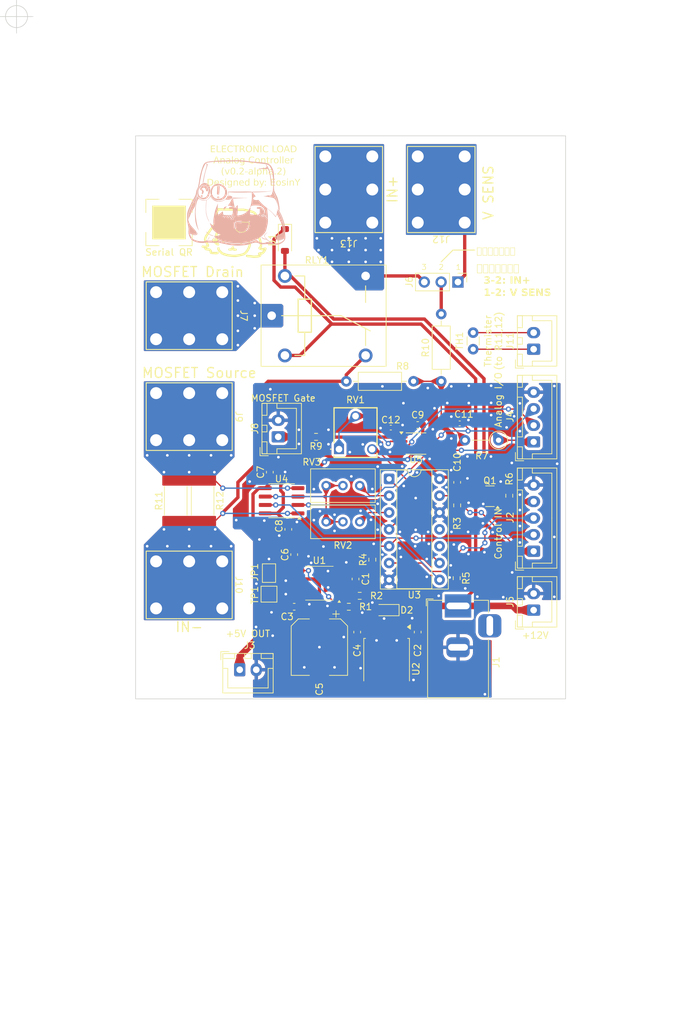
<source format=kicad_pcb>
(kicad_pcb (version 20241229) (generator "pcbnew") (generator_version "9.0")
  (layers (0 "F.Cu" signal) (2 "B.Cu" signal) (13 "F.Paste" user) (15 "B.Paste" user) (5 "F.SilkS" user "F.Silkscreen") (7 "B.SilkS" user "B.Silkscreen") (1 "F.Mask" user) (3 "B.Mask" user) (25 "Edge.Cuts" user))
  (net 0 "")
  (net 1 "VCC")
  (net 2 "GND")
  (net 4 "/Vmeas")
  (net 5 "Vofs")
  (net 6 "SHUNT_SELECT2")
  (net 7 "LOAD_ENABLE")
  (net 8 "SHUNT_SELECT1")
  (net 9 "Vconst_ENABLE")
  (net 10 "/Vref")
  (net 11 "Rg_2")
  (net 12 "Net-(RV1-Pad3)")
  (net 13 "Rg_1")
  (net 14 "+12V")
  (net 15 "/MOS+")
  (net 16 "/MOS-")
  (net 17 "/Load+")
  (net 18 "/Vsens")
  (net 19 "Load-")
  (net 20 "/LOAD_ENABLE-G")
  (net 21 "/Vmeas_IN")
  (net 22 "/TH_1")
  (net 23 "/TH_2")
  (net 24 "Net-(J8-Pin_1)")
  (net 25 "VEE")
  (net 26 "Net-(JP1-A)")
  (net 27 "Net-(RV2-Pad1)")
  (net 28 "Net-(RV3-Pad1)")
  (net 29 "Net-(U1-C-)")
  (net 30 "Net-(U1-C+)")
  (net 31 "Net-(C11-Pad2)")
  (net 32 "Net-(C12-Pad1)")
  (net 33 "Net-(C12-Pad2)")
  (net 34 "Net-(U1-FB)")
  (net 35 "Net-(U3-Pad8)")
  (footprint "Connector_JST:JST_XH_B2B-XH-A_1x02_P2.50mm_Vertical" (layer "F.Cu") (at 90.17 62.21 90)
    (property "Reference" "J11")
    (property "Value" "Conn_01x02")
  )
  (footprint "Diode_SMD:D_SOD-323" (layer "F.Cu") (at 67.818 101.6 180)
    (property "Reference" "D2")
    (property "Value" "D_Schottky")
  )
  (footprint "Package_TO_SOT_SMD:TO-252-2" (layer "F.Cu") (at 67.945 109.18 -90)
    (property "Reference" "U2")
    (property "Value" "NJM7805SDL1")
  )
  (footprint "Connector_PinHeader_2.54mm:PinHeader_1x03_P2.54mm_Vertical" (layer "F.Cu") (at 78.725 52.07 -90)
    (property "Reference" "J6")
    (property "Value" "VsensJMP")
  )
  (footprint "Diode_SMD:D_SOD-123" (layer "F.Cu") (at 52.578 45.72 -90)
    (property "Reference" "D1")
    (property "Value" "GS1010FL")
  )
  (footprint "Capacitor_THT:C_Disc_D3.0mm_W1.6mm_P2.50mm" (layer "F.Cu") (at 81.026 62.21 90)
    (property "Reference" "TH1")
    (property "Value" "Thermistor")
  )
  (footprint "Capacitor_SMD:C_0603_1608Metric" (layer "F.Cu") (at 72.644 104.915 -90)
    (property "Reference" "C2")
    (property "Value" "0.47u")
  )
  (footprint "MountingHole:MountingHole_3.2mm_M3" (layer "F.Cu") (at 90 110)
    (property "Reference" "H3" (hide yes))
    (property "Value" "MountingHole")
  )
  (footprint "Package_DMP:DMP-8_5x5_P1.27mm" (layer "F.Cu") (at 57.785 97.536 90)
    (property "Reference" "U1")
    (property "Value" "NJW4191M")
  )
  (footprint "Resistor_SMD:R_2512_6332Metric" (layer "F.Cu") (at 40.132 85.09 -90)
    (property "Reference" "R12")
    (property "Value" "20m")
  )
  (footprint "Package_SO:SOIC-8_3.9x4.9mm_P1.27mm" (layer "F.Cu") (at 52.07 85.09 180)
    (property "Reference" "U4")
    (property "Value" "AD8226ARZ")
  )
  (footprint "Capacitor_SMD:C_0603_1608Metric" (layer "F.Cu") (at 50.292 80.772 90)
    (property "Reference" "C7")
    (property "Value" "0.1u")
  )
  (footprint "AM_Conn_BarrelJack:MJ-179P(H)" (layer "F.Cu") (at 78.74 114.715 90)
    (property "Reference" "J1")
    (property "Value" "2.1-5.5 +12VDC")
  )
  (footprint "Resistor_SMD:R_0603_1608Metric" (layer "F.Cu") (at 65.786 93.98 -90)
    (property "Reference" "R4")
    (property "Value" "10k")
  )
  (footprint "Resistor_THT:R_Axial_DIN0207_L6.3mm_D2.5mm_P10.16mm_Horizontal" (layer "F.Cu") (at 61.849 67.056)
    (property "Reference" "R8")
    (property "Value" "10k")
  )
  (footprint "Connector_JST:JST_XH_B2B-XH-A_1x02_P2.50mm_Vertical" (layer "F.Cu") (at 51.562 75.438 90)
    (property "Reference" "J8")
    (property "Value" "Gate")
  )
  (footprint "Connector_JST:JST_XH_B2B-XH-A_1x02_P2.50mm_Vertical" (layer "F.Cu") (at 90.17 101.6 90)
    (property "Reference" "J5")
    (property "Value" "+12V")
  )
  (footprint "AM_Relay:HSINDA-943_12A-1C_5p" (layer "F.Cu") (at 58.42 57.15)
    (property "Reference" "RLY1")
    (property "Value" "943-1C-12DS")
  )
  (footprint "Resistor_THT:R_Axial_DIN0207_L6.3mm_D2.5mm_P5.08mm_Vertical" (layer "F.Cu") (at 84.865 75.946 180)
    (property "Reference" "R7")
    (property "Value" "390k")
  )
  (footprint "Potentiometer_THT:Potentiometer_Bourns_3296W_Vertical" (layer "F.Cu") (at 63.881 88.265)
    (property "Reference" "RV2")
    (property "Value" "500")
  )
  (footprint "Resistor_SMD:R_0603_1608Metric" (layer "F.Cu") (at 86.487 84.328 -90)
    (property "Reference" "R6")
    (property "Value" "10k")
  )
  (footprint "Capacitor_SMD:C_0603_1608Metric" (layer "F.Cu") (at 53.975 101.092 180)
    (property "Reference" "C3")
    (property "Value" "1u")
  )
  (footprint "AM_Conn_ScrewTerminal:ScrewTerminal_01x01_PCB-20" (layer "F.Cu") (at 38.1 97.79 -90)
    (property "Reference" "J10")
    (property "Value" "Vin_-")
  )
  (footprint "Capacitor_SMD:C_0402_1005Metric" (layer "F.Cu") (at 68.58 74.041)
    (property "Reference" "C12")
    (property "Value" "0.01u")
  )
  (footprint "Resistor_SMD:R_0603_1608Metric" (layer "F.Cu") (at 63.881 99.441 180)
    (property "Reference" "R2")
    (property "Value" "10k")
  )
  (footprint "Connector_JST:JST_XH_B2B-XH-A_1x02_P2.50mm_Vertical" (layer "F.Cu") (at 45.74 110.6)
    (property "Reference" "J3")
    (property "Value" "+5V")
  )
  (footprint "Capacitor_SMD:CP_Elec_8x6.2" (layer "F.Cu") (at 57.785 107.19 -90)
    (property "Reference" "C5")
    (property "Value" "47u")
  )
  (footprint "Resistor_THT:R_Axial_DIN0207_L6.3mm_D2.5mm_P10.16mm_Horizontal" (layer "F.Cu") (at 76.2 67.056 90)
    (property "Reference" "R10")
    (property "Value" "390k")
  )
  (footprint "TestPoint:TestPoint_Pad_2.0x2.0mm" (layer "F.Cu") (at 50.165 99.187)
    (property "Reference" "TP1")
    (property "Value" "CLK_in")
  )
  (footprint "Capacitor_SMD:C_0603_1608Metric" (layer "F.Cu") (at 53.086 89.408 -90)
    (property "Reference" "C8")
    (property "Value" "0.1u")
  )
  (footprint "Connector_JST:JST_XH_B4B-XH-A_1x04_P2.50mm_Vertical" (layer "F.Cu") (at 90.17 76.2 90)
    (property "Reference" "J4")
    (property "Value" "AnalogIO")
  )
  (footprint "Capacitor_SMD:C_0603_1608Metric" (layer "F.Cu") (at 53.975 93.218 90)
    (property "Reference" "C6")
    (property "Value" "1u")
  )
  (footprint "Jumper:SolderJumper-2_P1.3mm_Open_TrianglePad1.0x1.5mm" (layer "F.Cu") (at 50.165 96.012 90)
    (property "Reference" "JP1")
    (property "Value" "CLK_disable")
  )
  (footprint "Eoshi-chan_v2:Eoshi-chan-v2_10x10" (layer "F.Cu") (at 44.958 44.704)
    (property "Reference" "P2" (hide yes))
    (property "Value" "Eoshi-chan_Silk" (hide yes))
  )
  (footprint "MountingHole:MountingHole_3.2mm_M3" (layer "F.Cu") (at 90 35)
    (property "Reference" "H4" (hide yes))
    (property "Value" "MountingHole")
  )
  (footprint "AM_Conn_ScrewTerminal:ScrewTerminal_01x01_PCB-20" (layer "F.Cu") (at 38.1 57.15 -90)
    (property "Reference" "J7")
    (property "Value" "Drain")
  )
  (footprint "AM_Conn_ScrewTerminal:ScrewTerminal_01x01_PCB-20" (layer "F.Cu") (at 38.1 72.39 -90)
    (property "Reference" "J9")
    (property "Value" "Source")
  )
  (footprint "Package_DIP:DIP-14_W7.62mm_Socket" (layer "F.Cu") (at 68.326 81.788)
    (property "Reference" "U3")
    (property "Value" "TC74HC4066AP")
  )
  (footprint "Package_TO_SOT_SMD:SOT-23" (layer "F.Cu") (at 83.566 84.4042 180)
    (property "Reference" "Q1")
    (property "Value" "2N7002K")
  )
  (footprint "Resistor_SMD:R_2512_6332Metric" (layer "F.Cu") (at 36.068 85.09 -90)
    (property "Reference" "R11")
    (property "Value" "20m")
  )
  (footprint "JLCPCB_Serial:Serial_QR_5x5" (layer "F.Cu") (at 35.052 43.076)
    (property "Reference" "P3" (hide yes))
    (property "Value" "Serial_QR")
  )
  (footprint "Resistor_SMD:R_0603_1608Metric" (layer "F.Cu") (at 57.277 75.438 180)
    (property "Reference" "R9")
    (property "Value" "100")
  )
  (footprint "Capacitor_SMD:C_0603_1608Metric" (layer "F.Cu") (at 78.613 82.309 -90)
    (property "Reference" "C10")
    (property "Value" "0.1u")
  )
  (footprint "MountingHole:MountingHole_3.2mm_M3" (layer "F.Cu") (at 35 35)
    (property "Reference" "H1" (hide yes))
    (property "Value" "MountingHole")
  )
  (footprint "Potentiometer_THT:Potentiometer_Bourns_3296W_Vertical" (layer "F.Cu") (at 63.881 82.804)
    (property "Reference" "RV3")
    (property "Value" "1k")
  )
  (footprint "Capacitor_SMD:C_0402_1005Metric" (layer "F.Cu") (at 78.994 73.406 180)
    (property "Reference" "C11")
    (property "Value" "0.01u")
  )
  (footprint "MountingHole:MountingHole_3.2mm_M3" (layer "F.Cu") (at 35 110)
    (property "Reference" "H2" (hide yes))
    (property "Value" "MountingHole")
  )
  (footprint "Capacitor_SMD:C_0603_1608Metric" (layer "F.Cu") (at 72.644 73.66 180)
    (property "Reference" "C9")
    (property "Value" "0.1u")
  )
  (footprint "AM_Potentiometer:TSR065103R" (layer "F.Cu") (at 60.746 77.303)
    (property "Reference" "RV1")
    (property "Value" "10k" (hide yes))
  )
  (footprint "Package_SO:MSOP-8_3x3mm_P0.65mm" (layer "F.Cu") (at 72.39 76.454)
    (property "Reference" "U5")
    (property "Value" "S-89713B-K8T2U")
  )
  (footprint "Resistor_SMD:R_0603_1608Metric" (layer "F.Cu") (at 78.613 85.788 -90)
    (property "Reference" "R3")
    (property "Value" "10k")
  )
  (footprint "Resistor_SMD:R_0603_1608Metric" (layer "F.Cu") (at 62.23 101.092 180)
    (property "Reference" "R1")
    (property "Value" "20k")
  )
  (footprint "AM_Conn_ScrewTerminal:ScrewTerminal_01x01_PCB-20" (layer "F.Cu") (at 62.23 38.1 180)
    (property "Reference" "J13")
    (property "Value" "Vin+")
  )
  (footprint "AM_Conn_ScrewTerminal:ScrewTerminal_01x01_PCB-20" (layer "F.Cu") (at 76.2 38.1 180)
    (property "Reference" "J12")
    (property "Value" "Vsens")
  )
  (footprint "Connector_JST:JST_XH_B5B-XH-A_1x05_P2.50mm_Vertical" (layer "F.Cu") (at 90.17 92.71 90)
    (property "Reference" "J2")
    (property "Value" "Switch_Control")
  )
  (footprint "Capacitor_SMD:C_0603_1608Metric" (layer "F.Cu") (at 63.5 104.915 -90)
    (property "Reference" "C4")
    (property "Value" "0.1u")
  )
  (footprint "Capacitor_SMD:C_0603_1608Metric" (layer "F.Cu") (at 63.246 96.901 90)
    (property "Reference" "C1")
    (property "Value" "1u")
  )
  (footprint "Resistor_SMD:R_0603_1608Metric" (layer "F.Cu") (at 78.5368 96.774 -90)
    (property "Reference" "R5")
    (property "Value" "10k")
  )
  (footprint "Eoshi-chan:Eoshi-chan_logo_15x15" (layer "B.Cu") (at 45.212328 39.730973 180)
    (property "Reference" "P1" (hide yes))
    (property "Value" "Eoshi-chan_Silk" (hide yes))
  )
  (gr_line (start 77.978 47.244) (end 76.2 49.022) (stroke (width 0.15)) (layer "F.SilkS"))
  (gr_line (start 81.28 47.244) (end 77.978 47.244) (stroke (width 0.15)) (layer "F.SilkS"))
  (gr_rect (start 30 30) (end 95 115) (stroke (width 0.1)) (fill no) (layer "Edge.Cuts"))
  (gr_text "Analog I/O" (at 84.836 69.85 90) (layer "F.SilkS") (effects (font (size 1 1))))
  (gr_text "電圧測定モード\n  3-2: IN+\n  1-2: V SENS" (at 81.534 54.356 0) (layer "F.SilkS") (effects (font (size 1.1 1.1) (thickness 0.22) (bold yes)) (justify left bottom)))
  (gr_text "IN+" (at 68.824 38.076 90) (layer "F.SilkS") (effects (font (size 1.5 1.5) (thickness 0.2))))
  (gr_text "3   2   1" (at 76.2 50.292 0) (layer "F.SilkS") (effects (font (size 0.8 0.8) (thickness 0.1)) (justify bottom)))
  (gr_text "Control IN" (at 84.824 90.076 90) (layer "F.SilkS") (effects (font (size 1 1))))
  (gr_text "+12V" (at 90.424 105.41 0) (layer "F.SilkS") (effects (font (size 1 1))))
  (gr_text "Thermister\n(to R11,12)" (at 84.074 60.96 90) (layer "F.SilkS") (effects (font (size 1 1))))
  (gr_text "MOSFET Gate" (at 52.324 69.596 0) (layer "F.SilkS") (effects (font (size 1 1))))
  (gr_text "MOSFET Drain" (at 38.608 50.546 0) (layer "F.SilkS") (effects (font (size 1.5 1.5) (thickness 0.2))))
  (gr_text "V SENS" (at 83.324 38.576 90) (layer "F.SilkS") (effects (font (size 1.5 1.5) (thickness 0.2))))
  (gr_text "+5V OUT" (at 46.99 105.156 0) (layer "F.SilkS") (effects (font (size 1 1))))
  (gr_text "ELECTRONIC LOAD\nAnalog Controller\n(v0.2-alpha.2)\nDesigned by: EosinY" (at 47.824 34.576 0) (layer "F.SilkS") (effects (font (size 1 1) (thickness 0.125))))
  (gr_text "IN-" (at 38.1 104.14 0) (layer "F.SilkS") (effects (font (size 1.5 1.5) (thickness 0.2))))
  (gr_text "MOSFET Source" (at 39.624 65.786 0) (layer "F.SilkS") (effects (font (size 1.5 1.5) (thickness 0.2))))
  (gr_text "ジャンパーピン" (at 81.534 48.006 0) (layer "F.SilkS") (effects (font (size 1 1) (thickness 0.2) (bold yes)) (justify left bottom)))
  (target plus (at 12.005 11.99) (size 5) (width 0.1) (layer "Edge.Cuts"))
  (segment (start 73.152 76.835) (end 71.12 78.867) (width 0.5) (layer "F.Cu") (net 1))
  (segment (start 54.735 99.631) (end 54.735 101.077) (width 0.5) (layer "F.Cu") (net 1))
  (segment (start 73.406 75.438) (end 73.406 73.673) (width 0.5) (layer "F.Cu") (net 1))
  (segment (start 51.435 86.995) (end 52.324 86.106) (width 0.5) (layer "F.Cu") (net 1))
  (segment (start 73.152 75.692) (end 73.152 76.835) (width 0.5) (layer "F.Cu") (net 1))
  (segment (start 57.785 100.457) (end 57.785 97.663) (width 0.5) (layer "F.Cu") (net 1))
  (segment (start 50.165 104.14) (end 57.785 104.14) (width 1) (layer "F.Cu") (net 1))
  (segment (start 52.324 86.106) (end 52.324 83.947) (width 0.5) (layer "F.Cu") (net 1))
  (segment (start 78.613 81.534) (end 76.2 81.534) (width 0.5) (layer "F.Cu") (net 1))
  (segment (start 57.785 100.203) (end 57.023 99.441) (width 0.5) (layer "F.Cu") (net 1))
  (segment (start 54.735 101.077) (end 54.75 101.092) (width 0.5) (layer "F.Cu") (net 1))
  (segment (start 57.785 100.457) (end 57.785 100.203) (width 0.5) (layer "F.Cu") (net 1))
  (segment (start 65.665 102.737) (end 66.768 101.634) (width 1) (layer "F.Cu") (net 1))
  (segment (start 54.545 96.901) (end 57.023 96.901) (width 0.5) (layer "F.Cu") (net 1))
  (segment (start 57.785 97.663) (end 57.785 93.345) (width 0.5) (layer "F.Cu") (net 1))
  (segment (start 57.785 104.14) (end 57.785 100.457) (width 0.5) (layer "F.Cu") (net 1))
  (segment (start 76.2 81.534) (end 75.946 81.788) (width 0.5) (layer "F.Cu") (net 1))
  (segment (start 51.943 83.566) (end 51.943 82.677) (width 0.5) (layer "F.Cu") (net 1))
  (segment (start 57.023 99.441) (end 54.545 99.441) (width 0.5) (layer "F.Cu") (net 1))
  (segment (start 54.545 99.441) (end 54.735 99.631) (width 0.5) (layer "F.Cu") (net 1))
  (segment (start 49.595 86.995) (end 51.435 86.995) (width 0.5) (layer "F.Cu") (net 1))
  (segment (start 45.74 108.565) (end 45.74 110.6) (width 1) (layer "F.Cu") (net 1))
  (segment (start 57.785 93.345) (end 53.086 88.646) (width 0.5) (layer "F.Cu") (net 1))
  (segment (start 52.578 82.042) (end 55.753 82.042) (width 0.5) (layer "F.Cu") (net 1))
  (segment (start 66.768 101.634) (end 66.768 101.6) (width 1) (layer "F.Cu") (net 1))
  (segment (start 51.435 86.995) (end 53.073 88.633) (width 0.5) (layer "F.Cu") (net 1))
  (segment (start 63.5 104.14) (end 57.785 104.14) (width 1) (layer "F.Cu") (net 1))
  (segment (start 55.753 82.042) (end 58.547 79.248) (width 0.5) (layer "F.Cu") (net 1))
  (segment (start 73.365 75.479) (end 74.5025 75.479) (width 0.3) (layer "F.Cu") (net 1))
  (segment (start 52.324 83.947) (end 51.943 83.566) (width 0.5) (layer "F.Cu") (net 1))
  (segment (start 73.365 75.479) (end 73.152 75.692) (width 0.5) (layer "F.Cu") (net 1))
  (segment (start 57.023 96.901) (end 57.785 97.663) (width 0.5) (layer "F.Cu") (net 1))
  (segment (start 73.406 73.673) (end 73.419 73.66) (width 0.5) (layer "F.Cu") (net 1))
  (segment (start 50.165 104.14) (end 45.74 108.565) (width 1) (layer "F.Cu") (net 1))
  (segment (start 65.665 104.14) (end 65.665 102.737) (width 1) (layer "F.Cu") (net 1))
  (segment (start 65.665 104.14) (end 63.5 104.14) (width 1) (layer "F.Cu") (net 1))
  (segment (start 51.943 82.677) (end 52.578 82.042) (width 0.5) (layer "F.Cu") (net 1))
  (segment (start 73.365 75.479) (end 73.406 75.438) (width 0.5) (layer "F.Cu") (net 1))
  (via (at 58.547 79.248) (size 0.8) (drill 0.4) (layers "F.Cu" "B.Cu") (net 1))
  (via (at 71.12 78.867) (size 0.8) (drill 0.4) (layers "F.Cu" "B.Cu") (net 1))
  (segment (start 71.12 78.867) (end 58.928 78.867) (width 0.5) (layer "B.Cu") (net 1))
  (segment (start 73.025 78.867) (end 71.12 78.867) (width 0.5) (layer "B.Cu") (net 1))
  (segment (start 58.928 78.867) (end 58.547 79.248) (width 0.5) (layer "B.Cu") (net 1))
  (segment (start 75.946 81.788) (end 73.025 78.867) (width 0.5) (layer "B.Cu") (net 1))
  (segment (start 59.182 95.7072) (end 60.3758 96.901) (width 0.5) (layer "F.Cu") (net 2))
  (segment (start 59.1058 98.171) (end 60.3758 96.901) (width 0.5) (layer "F.Cu") (net 2))
  (segment (start 60.3758 96.901) (end 61.025 96.901) (width 0.5) (layer "F.Cu") (net 2))
  (segment (start 59.0804 95.7072) (end 59.182 95.7072) (width 0.5) (layer "F.Cu") (net 2))
  (via (at 75.184 71.12) (size 0.8) (drill 0.4) (layers "F.Cu" "B.Cu") (net 2))
  (via (at 72.263 91.948) (size 0.8) (drill 0.4) (layers "F.Cu" "B.Cu") (net 2))
  (via (at 60.071 87.1982) (size 0.8) (drill 0.4) (layers "F.Cu" "B.Cu") (net 2))
  (via (at 51.7144 90.3478) (size 0.8) (drill 0.4) (layers "F.Cu" "B.Cu") (net 2))
  (via (at 56.5404 94.4626) (size 0.8) (drill 0.4) (layers "F.Cu" "B.Cu") (net 2))
  (via (at 51.5874 78.5114) (size 0.8) (drill 0.4) (layers "F.Cu" "B.Cu") (net 2))
  (via (at 57.8612 86.6648) (size 0.8) (drill 0.4) (layers "F.Cu" "B.Cu") (net 2))
  (via (at 74.93 74.295) (size 0.8) (drill 0.4) (layers "F.Cu" "B.Cu") (net 2))
  (via (at 65.5828 87.9602) (size 0.8) (drill 0.4) (layers "F.Cu" "B.Cu") (net 2))
  (via (at 88.0872 74.5744) (size 0.8) (drill 0.4) (layers "F.Cu" "B.Cu") (net 2))
  (via (at 56.9468 83.3374) (size 0.8) (drill 0.4) (layers "F.Cu" "B.Cu") (net 2))
  (via (at 70.3072 79.9084) (size 0.8) (drill 0.4) (layers "F.Cu" "B.Cu") (net 2))
  (via (at 72.3392 89.4842) (size 0.8) (drill 0.4) (layers "F.Cu" "B.Cu") (net 2))
  (via (at 69.9516 89.789) (size 0.8) (drill 0.4) (layers "F.Cu" "B.Cu") (net 2))
  (via (at 80.3402 85.3948) (size 0.8) (drill 0.4) (layers "F.Cu" "B.Cu") (net 2))
  (via (at 83.7184 78.4098) (size 0.8) (drill 0.4) (layers "F.Cu" "B.Cu") (net 2))
  (via (at 83.7438 67.7164) (size 0.8) (drill 0.4) (layers "F.Cu" "B.Cu") (net 2))
  (via (at 50.165 93.8784) (size 0.8) (drill 0.4) (layers "F.Cu" "B.Cu") (net 2))
  (via (at 86.9188 95.9104) (size 0.8) (drill 0.4) (layers "F.Cu" "B.Cu") (net 2))
  (via (at 74.168 68.072) (size 0.8) (drill 0.4) (layers "F.Cu" "B.Cu") (net 2))
  (via (at 60.071 110.236) (size 0.8) (drill 0.4) (layers "F.Cu" "B.Cu") (net 2))
  (via (at 88.0872 88.9) (size 0.8) (drill 0.4) (layers "F.Cu" "B.Cu") (net 2))
  (via (at 93.2942 90.551) (size 0.8) (drill 0.4) (layers "F.Cu" "B.Cu") (net 2))
  (via (at 93.2942 99.5934) (size 0.8) (drill 0.4) (layers "F.Cu" "B.Cu") (net 2))
  (via (at 58.3946 91.9988) (size 0.8) (drill 0.4) (layers "F.Cu" "B.Cu") (net 2))
  (via (at 64.3382 76.581) (size 0.8) (drill 0.4) (layers "F.Cu" "B.Cu") (net 2))
  (via (at 65.9892 91.5924) (size 0.8) (drill 0.4) (layers "F.Cu" "B.Cu") (net 2))
  (via (at 65.786 83.312) (size 0.8) (drill 0.4) (layers "F.Cu" "B.Cu") (net 2))
  (via (at 61.468 105.664) (size 0.8) (drill 0.4) (layers "F.Cu" "B.Cu") (net 2))
  (via (at 88.0872 86.487) (size 0.8) (drill 0.4) (layers "F.Cu" "B.Cu") (net 2))
  (via (at 85.5726 99.6442) (size 0.8) (drill 0.4) (layers "F.Cu" "B.Cu") (net 2))
  (via (at 74.0156 93.8784) (size 0.8) (drill 0.4) (layers "F.Cu" "B.Cu") (net 2))
  (via (at 45.212 88.011) (size 0.8) (drill 0.4) (layers "F.Cu" "B.Cu") (net 2))
  (via (at 68.453 77.724) (size 0.8) (drill 0.4) (layers "F.Cu" "B.Cu") (net 2))
  (via (at 77.7494 89.789) (size 0.8) (drill 0.4) (layers "F.Cu" "B.Cu") (net 2))
  (via (at 55.499 110.236) (size 0.8) (drill 0.4) (layers "F.Cu" "B.Cu") (net 2))
  (via (at 57.785 107.188) (size 0.8) (drill 0.4) (layers "F.Cu" "B.Cu") (net 2))
  (via (at 70.104 93.5736) (size 0.8) (drill 0.4) (layers "F.Cu" "B.Cu") (net 2))
  (via (at 80.3656 70.3326) (size 0.8) (drill 0.4) (layers "F.Cu" "B.Cu") (net 2))
  (via (at 65.786 100.457) (size 0.8) (drill 0.4) (layers "F.Cu" "B.Cu") (net 2))
  (via (at 77.47 96.6724) (size 0.8) (drill 0.4) (layers "F.Cu" "B.Cu") (net 2))
  (via (at 69.469 106.172) (size 0.8) (drill 0.4) (layers "F.Cu" "B.Cu") (net 2))
  (via (at 85.1916 82.1944) (size 0.8) (drill 0.4) (layers "F.Cu" "B.Cu") (net 2))
  (via (at 47.244 82.1944) (size 0.8) (drill 0.4) (layers "F.Cu" "B.Cu") (net 2))
  (via (at 82.55 85.5726) (size 0.8) (drill 0.4) (layers "F.Cu" "B.Cu") (net 2))
  (via (at 67.0306 74.1172) (size 0.8) (drill 0.4) (layers "F.Cu" "B.Cu") (net 2))
  (via (at 64.008 110.363) (size 0.8) (drill 0.4) (layers "F.Cu" "B.Cu") (net 2))
  (via (at 72.009 112.141) (size 0.8) (drill 0.4) (layers "F.Cu" "B.Cu") (net 2))
  (via (at 83.7438 70.3072) (size 0.8) (drill 0.4) (layers "F.Cu" "B.Cu") (net 2))
  (via (at 81.661 99.568) (size 0.8) (drill 0.4) (layers "F.Cu" "B.Cu") (net 2))
  (via (at 77.724 72.39) (size 0.8) (drill 0.4) (layers "F.Cu" "B.Cu") (net 2))
  (via (at 83.9724 89.8398) (size 0.8) (drill 0.4) (layers "F.Cu" "B.Cu") (net 2))
  (via (at 59.1058 98.171) (size 0.8) (drill 0.4) (layers "F.Cu" "B.Cu") (net 2))
  (via (at 80.3656 67.7164) (size 0.8) (drill 0.4) (layers "F.Cu" "B.Cu") (net 2))
  (via (at 80.3148 72.898) (size 0.8) (drill 0.4) (layers "F.Cu" "B.Cu") (net 2))
  (via (at 50.3682 68.2498) (size 0.8) (drill 0.4) (layers "F.Cu" "B.Cu") (net 2))
  (via (at 77.724 75.692) (size 0.8) (drill 0.4) (layers "F.Cu" "B.Cu") (net 2))
  (via (at 82.7278 92.8624) (size 0.8) (drill 0.4) (layers "F.Cu" "B.Cu") (net 2))
  (via (at 59.0042 100.965) (size 0.8) (drill 0.4) (layers "F.Cu" "B.Cu") (net 2))
  (via (at 54.6862 76.5048) (size 0.8) (drill 0.4) (layers "F.Cu" "B.Cu") (net 2))
  (via (at 48.2092 104.14) (size 0.8) (drill 0.4) (layers "F.Cu" "B.Cu") (net 2))
  (via (at 93.726 79.502) (size 0.8) (drill 0.4) (layers "F.Cu" "B.Cu") (net 2))
  (via (at 82.4992 88.4936) (size 0.8) (drill 0.4) (layers "F.Cu" "B.Cu") (net 2))
  (via (at 49.4538 88.0872) (size 0.8) (drill 0.4) (layers "F.Cu" "B.Cu") (net 2))
  (via (at 59.1566 76.5556) (size 0.8) (drill 0.4) (layers "F.Cu" "B.Cu") (net 2))
  (via (at 70.485 70.358) (size 0.8) (drill 0.4) (layers "F.Cu" "B.Cu") (net 2))
  (via (at 70.358 73.66) (size 0.8) (drill 0.4) (layers "F.Cu" "B.Cu") (net 2))
  (via (at 83.7438 72.1614) (size 0.8) (drill 0.4) (layers "F.Cu" "B.Cu") (net 2))
  (via (at 93.2942 67.7672) (size 0.8) (drill 0.4) (layers "F.Cu" "B.Cu") (net 2))
  (via (at 66.5988 89.4588) (size 0.8) (drill 0.4) (layers "F.Cu" "B.Cu") (net 2))
  (via (at 88.0872 70.3834) (size 0.8) (drill 0.4) (layers "F.Cu" "B.Cu") (net 2))
  (via (at 82.804 114.3) (size 0.8) (drill 0.4) (layers "F.Cu" "B.Cu") (net 2))
  (via (at 66.5988 79.9338) (size 0.8) (drill 0.4) (layers "F.Cu" "B.Cu") (net 2))
  (via (at 64.008 86.614) (size 0.8) (drill 0.4) (layers "F.Cu" "B.Cu") (net 2))
  (via (at 86.868 79.375) (size 0.8) (drill 0.4) (layers "F.Cu" "B.Cu") (net 2))
  (via (at 74.0156 96.5708) (size 0.8) (drill 0.4) (layers "F.Cu" "B.Cu") (net 2))
  (via (at 54.6862 74.3712) (size 0.8) (drill 0.4) (layers "F.Cu" "B.Cu") (net 2))
  (via (at 70.5358 82.8548) (size 0.8) (drill 0.4) (layers "F.Cu" "B.Cu") (net 2))
  (via (at 59.1566 74.3712) (size 0.8) (drill 0.4) (layers "F.Cu" "B.Cu") (net 2))
  (via (at 78.105 91.694) (size 0.8) (drill 0.4) (layers "F.Cu" "B.Cu") (net 2))
  (via (at 79.8322 98.3234) (size 0.8) (drill 0.4) (layers "F.Cu" "B.Cu") (net 2))
  (via (at 67.31 67.818) (size 0.8) (drill 0.4) (layers "F.Cu" "B.Cu") (net 2))
  (via (at 80.264 89.789) (size 0.8) (drill 0.4) (layers "F.Cu" "B.Cu") (net 2))
  (via (at 87.2236 72.3392) (size 0.8) (drill 0.4) (layers "F.Cu" "B.Cu") (net 2))
  (via (at 75.819 99.441) (size 0.8) (drill 0.4) (layers "F.Cu" "B.Cu") (net 2))
  (via (at 72.3392 84.6836) (size 0.8) (drill 0.4) (layers "F.Cu" "B.Cu") (net 2))
  (via (at 61.849 94.3864) (size 0.8) (drill 0.4) (layers "F.Cu" "B.Cu") (net 2))
  (via (at 74.3204 91.5924) (size 0.8) (drill 0.4) (layers "F.Cu" "B.Cu") (net 2))
  (via (at 60.071 89.6366) (size 0.8) (drill 0.4) (layers "F.Cu" "B.Cu") (net 2))
  (via (at 80.1624 78.4098) (size 0.8) (drill 0.4) (layers "F.Cu" "B.Cu") (net 2))
  (via (at 80.1624 81.7118) (size 0.8) (drill 0.4) (layers "F.Cu" "B.Cu") (net 2))
  (via (at 72.5424 80.8228) (size 0.8) (drill 0.4) (layers "F.Cu" "B.Cu") (net 2))
  (via (at 52.705 99.187) (size 0.8) (drill 0.4) (layers "F.Cu" "B.Cu") (net 2))
  (via (at 50.7238 105.4608) (size 0.8) (drill 0.4) (layers "F.Cu" "B.Cu") (net 2))
  (via (at 71.8058 102.8192) (size 0.8) (drill 0.4) (layers "F.Cu" "B.Cu") (net 2))
  (via (at 48.7172 90.932) (size 0.8) (drill 0.4) (layers "F.Cu" "B.Cu") (net 2))
  (via (at 62.3824 77.7494) (size 0.8) (drill 0.4) (layers "F.Cu" "B.Cu") (net 2))
  (via (at 77.724 67.818) (size 0.8) (drill 0.4) (layers "F.Cu" "B.Cu") (net 2))
  (via (at 54.3814 88.2904) (size 0.8) (drill 0.4) (layers "F.Cu" "B.Cu") (net 2))
  (via (at 77.6986 80.4672) (size 0.8) (drill 0.4) (layers "F.Cu" "B.Cu") (net 2))
  (via (at 56.134 93.472) (size 0.8) (drill 0.4) (layers "F.Cu" "B.Cu") (net 2))
  (via (at 88.0872 84.1756) (size 0.8) (drill 0.4) (layers "F.Cu" "B.Cu") (net 2))
  (via (at 64.262 101.981) (size 0.8) (drill 0.4) (layers "F.Cu" "B.Cu") (net 2))
  (via (at 48.26 97.6122) (size 0.8) (drill 0.4) (layers "F.Cu" "B.Cu") (net 2))
  (via (at 50.546 101.9302) (size 0.8) (drill 0.4) (layers "F.Cu" "B.Cu") (net 2))
  (via (at 77.1144 70.3326) (size 0.8) (drill 0.4) (layers "F.Cu" "B.Cu") (net 2))
  (via (at 77.6478 94.8436) (size 0.8) (drill 0.4) (layers "F.Cu" "B.Cu") (net 2))
  (via (at 69.9262 92.2782) (size 0.8) (drill 0.4) (layers "F.Cu" "B.Cu") (net 2))
  (via (at 66.421 106.172) (size 0.8) (drill 0.4) (layers "F.Cu" "B.Cu") (net 2))
  (via (at 52.705 97.155) (size 0.8) (drill 0.4) (layers "F.Cu" "B.Cu") (net 2))
  (via (at 76.962 83.058) (size 0.8) (drill 0.4) (layers "F.Cu" "B.Cu") (net 2))
  (via (at 86.0806 74.0156) (size 0.8) (drill 0.4) (layers "F.Cu" "B.Cu") (net 2))
  (via (at 74.2188 89.789) (size 0.8) (drill 0.4) (layers "F.Cu" "B.Cu") (net 2))
  (via (at 59.0804 95.7072) (size 0.8) (drill 0.4) (layers "F.Cu" "B.Cu") (net 2))
  (via (at 62.611 81.407) (size 0.8) (drill 0.4) (layers "F.Cu" "B.Cu") (net 2))
  (via (at 52.6034 80.7466) (size 0.8) (drill 0.4) (layers "F.Cu" "B.Cu") (net 2))
  (via (at 74.4474 78.7654) (size 0.8) (drill 0.4) (layers "F.Cu" "B.Cu") (net 2))
  (via (at 67.564 102.87) (size 0.8) (drill 0.4) (layers "F.Cu" "B.Cu") (net 2))
  (via (at 67.056 76.581) (size 0.8) (drill 0.4) (layers "F.Cu" "B.Cu") (net 2))
  (via (at 80.3148 93.1418) (size 0.8) (drill 0.4) (layers "F.Cu" "B.Cu") (net 2))
  (via (at 56.261 100.711) (size 0.8) (drill 0.4) (layers "F.Cu" "B.Cu") (net 2))
  (via (at 67.31 93.218) (size 0.8) (drill 0.4) (layers "F.Cu" "B.Cu") (net 2))
  (via (at 66.5988 85.5472) (size 0.8) (drill 0.4) (layers "F.Cu" "B.Cu") (net 2))
  (via (at 56.9468 88.011) (size 0.8) (drill 0.4) (layers "F.Cu" "B.Cu") (net 2))
  (via (at 88.0872 91.3892) (size 0.8) (drill 0.4) (layers "F.Cu" "B.Cu") (net 2))
  (segment (start 87.757 76.2) (end 90.17 76.2) (width 0.2) (layer "F.Cu") (net 4))
  (segment (start 75.255 76.129) (end 76.2 75.184) (width 0.2) (layer "F.Cu") (net 4))
  (segment (start 79.502 73.406) (end 79.474 73.406) (width 0.2) (layer "F.Cu") (net 4))
  (segment (start 80.264 74.168) (end 79.502 73.406) (width 0.2) (layer "F.Cu") (net 4))
  (segment (start 84.865 75.946) (end 87.503 75.946) (width 0.2) (layer "F.Cu") (net 4))
  (segment (start 87.503 75.946) (end 87.757 76.2) (width 0.2) (layer "F.Cu") (net 4))
  (segment (start 80.264 74.549) (end 80.264 74.168) (width 0.2) (layer "F.Cu") (net 4))
  (segment (start 74.5025 76.129) (end 75.255 76.129) (width 0.2) (layer "F.Cu") (net 4))
  (via (at 76.2 75.184) (size 0.8) (drill 0.4) (layers "F.Cu" "B.Cu") (net 4))
  (via (at 80.264 74.549) (size 0.8) (drill 0.4) (layers "F.Cu" "B.Cu") (net 4))
  (segment (start 80.264 74.549) (end 76.835 74.549) (width 0.2) (layer "B.Cu") (net 4))
  (segment (start 76.835 74.549) (end 76.2 75.184) (width 0.2) (layer "B.Cu") (net 4))
  (segment (start 76.327 75.311) (end 76.2 75.184) (width 0.2) (layer "B.Cu") (net 4))
  (segment (start 80.264 74.549) (end 83.976 74.549) (width 0.2) (layer "B.Cu") (net 4))
  (segment (start 83.976 74.549) (end 84.865 75.438) (width 0.2) (layer "B.Cu") (net 4))
  (segment (start 84.865 75.438) (end 84.865 75.946) (width 0.2) (layer "B.Cu") (net 4))
  (segment (start 79.248 77.47) (end 74.5435 77.47) (width 0.2) (layer "F.Cu") (net 5))
  (segment (start 51.181 84.455) (end 49.595 84.455) (width 0.2) (layer "F.Cu") (net 5))
  (segment (start 74.5435 77.47) (end 74.5025 77.429) (width 0.2) (layer "F.Cu") (net 5))
  (segment (start 71.39375 80.53775) (end 74.5025 77.429) (width 0.2) (layer "F.Cu") (net 5))
  (segment (start 71.374 80.5575) (end 71.39375 80.53775) (width 0.2) (layer "F.Cu") (net 5))
  (via (at 79.248 77.47) (size 0.8) (drill 0.4) (layers "F.Cu" "B.Cu") (net 5))
  (via (at 51.181 84.455) (size 0.8) (drill 0.4) (layers "F.Cu" "B.Cu") (net 5))
  (via (at 71.39375 80.53775) (size 0.8) (drill 0.4) (layers "F.Cu" "B.Cu") (net 5))
  (segment (start 86.868 74.502) (end 90.17 71.2) (width 0.2) (layer "B.Cu") (net 5))
  (segment (start 85.852 77.47) (end 86.868 76.454) (width 0.2) (layer "B.Cu") (net 5))
  (segment (start 68.94216 83.058) (end 67.691 83.058) (width 0.2) (layer "B.Cu") (net 5))
  (segment (start 79.248 77.47) (end 85.852 77.47) (width 0.2) (layer "B.Cu") (net 5))
  (segment (start 71.39375 80.53775) (end 71.39375 80.60641) (width 0.2) (layer "B.Cu") (net 5))
  (segment (start 71.39375 80.60641) (end 68.94216 83.058) (width 0.2) (layer "B.Cu") (net 5))
  (segment (start 66.294 84.455) (end 51.181 84.455) (width 0.2) (layer "B.Cu") (net 5))
  (segment (start 67.691 83.058) (end 66.294 84.455) (width 0.2) (layer "B.Cu") (net 5))
  (segment (start 86.868 76.454) (end 86.868 74.502) (width 0.2) (layer "B.Cu") (net 5))
  (segment (start 88.099 92.71) (end 90.17 92.71) (width 0.2) (layer "F.Cu") (net 6))
  (segment (start 80.557 86.868) (end 80.518 86.868) (width 0.2) (layer "F.Cu") (net 6))
  (segment (start 80.518 86.868) (end 77.978 84.328) (width 0.2) (layer "F.Cu") (net 6))
  (segment (start 77.978 84.328) (end 75.946 84.328) (width 0.2) (layer "F.Cu") (net 6))
  (segment (start 82.257 86.868) (end 88.099 92.71) (width 0.2) (layer "F.Cu") (net 6))
  (via (at 80.557 86.868) (size 0.8) (drill 0.4) (layers "F.Cu" "B.Cu") (net 6))
  (via (at 82.257 86.868) (size 0.8) (drill 0.4) (layers "F.Cu" "B.Cu") (net 6))
  (segment (start 82.257 86.868) (end 80.557 86.868) (width 0.2) (layer "B.Cu") (net 6))
  (segment (start 52.57 47.378) (end 52.578 47.37) (width 0.5) (layer "F.Cu") (net 7))
  (segment (start 82.663 66.689) (end 82.663 66.661) (width 0.5) (layer "F.Cu") (net 7))
  (segment (start 52.57 51.15) (end 52.57 47.378) (width 0.5) (layer "F.Cu") (net 7))
  (segment (start 59.944 57.658) (end 53.436 51.15) (width 0.5) (layer "F.Cu") (net 7))
  (segment (start 73.66 57.658) (end 59.944 57.658) (width 0.5) (layer "F.Cu") (net 7))
  (segment (start 82.663 84.3697) (end 82.6285 84.4042) (width 0.5) (layer "F.Cu") (net 7))
  (segment (start 82.663 66.661) (end 73.66 57.658) (width 0.5) (layer "F.Cu") (net 7))
  (segment (start 53.436 51.15) (end 52.57 51.15) (width 0.5) (layer "F.Cu") (net 7))
  (segment (start 82.663 66.689) (end 82.663 84.3697) (width 0.5) (layer "F.Cu") (net 7))
  (segment (start 66.993 91.948) (end 65.786 93.155) (width 0.2) (layer "F.Cu") (net 8))
  (segment (start 72.39 90.7288) (end 69.5452 90.7288) (width 0.2) (layer "F.Cu") (net 8))
  (segment (start 68.326 91.948) (end 66.993 91.948) (width 0.2) (layer "F.Cu") (net 8))
  (segment (start 69.5452 90.7288) (end 68.326 91.948) (width 0.2) (layer "F.Cu") (net 8))
  (via (at 72.39 90.7288) (size 0.8) (drill 0.4) (layers "F.Cu" "B.Cu") (net 8))
  (segment (start 86.5378 90.7288) (end 87.0566 90.21) (width 0.2) (layer "B.Cu") (net 8))
  (segment (start 72.39 90.7288) (end 86.5378 90.7288) (width 0.2) (layer "B.Cu") (net 8))
  (segment (start 87.0566 90.21) (end 90.17 90.21) (width 0.2) (layer "B.Cu") (net 8))
  (segment (start 78.5368 93.1672) (end 78.5368 95.949) (width 0.2) (layer "F.Cu") (net 9))
  (segment (start 68.326 94.488) (end 73.279 94.488) (width 0.2) (layer "F.Cu") (net 9))
  (segment (start 79.502 92.202) (end 78.5368 93.1672) (width 0.2) (layer "F.Cu") (net 9))
  (segment (start 73.279 94.488) (end 74.549 95.758) (width 0.2) (layer "F.Cu") (net 9))
  (segment (start 74.549 95.758) (end 78.295 95.758) (width 0.2) (layer "F.Cu") (net 9))
  (segment (start 78.295 95.758) (end 78.486 95.949) (width 0.2) (layer "F.Cu") (net 9))
  (segment (start 82.804 89.916) (end 82.804 91.44) (width 0.2) (layer "F.Cu") (net 9))
  (via (at 82.804 89.916) (size 0.8) (drill 0.4) (layers "F.Cu" "B.Cu") (net 9))
  (via (at 79.502 92.202) (size 0.8) (drill 0.4) (layers "F.Cu" "B.Cu") (net 9))
  (via (at 82.804 91.44) (size 0.8) (drill 0.4) (layers "F.Cu" "B.Cu") (net 9))
  (segment (start 82.804 89.535) (end 84.629 87.71) (width 0.2) (layer "B.Cu") (net 9))
  (segment (start 82.042 92.202) (end 79.502 92.202) (width 0.2) (layer "B.Cu") (net 9))
  (segment (start 82.804 91.44) (end 82.042 92.202) (width 0.2) (layer "B.Cu") (net 9))
  (segment (start 82.804 89.916) (end 82.804 89.535) (width 0.2) (layer "B.Cu") (net 9))
  (segment (start 84.629 87.71) (end 90.17 87.71) (width 0.2) (layer "B.Cu") (net 9))
  (segment (start 71.755 76.2) (end 71.176 76.779) (width 0.25) (layer "F.Cu") (net 10))
  (segment (start 86.36 71.247) (end 87.717 71.247) (width 0.2) (layer "F.Cu") (net 10))
  (segment (start 87.717 71.247) (end 90.17 73.7) (width 0.2) (layer "F.Cu") (net 10))
  (segment (start 71.176 76.779) (end 70.2775 76.779) (width 0.25) (layer "F.Cu") (net 10))
  (via (at 86.36 71.247) (size 0.8) (drill 0.4) (layers "F.Cu" "B.Cu") (net 10))
  (via (at 71.755 76.2) (size 0.8) (drill 0.4) (layers "F.Cu" "B.Cu") (net 10))
  (segment (start 76.327 71.247) (end 71.755 75.819) (width 0.2) (layer "B.Cu") (net 10))
  (segment (start 71.755 75.819) (end 71.755 76.2) (width 0.2) (layer "B.Cu") (net 10))
  (segment (start 86.36 71.247) (end 76.327 71.247) (width 0.2) (layer "B.Cu") (net 10))
  (segment (start 58.801 84.455) (end 58.801 82.804) (width 0.2) (layer "F.Cu") (net 11))
  (segment (start 54.545 84.455) (end 58.801 84.455) (width 0.2) (layer "F.Cu") (net 11))
  (segment (start 58.801 82.804) (end 61.341 82.804) (width 0.2) (layer "F.Cu") (net 11))
  (segment (start 58.801 88.265) (end 58.801 84.455) (width 0.2) (layer "F.Cu") (net 11))
  (segment (start 58.801 88.265) (end 61.341 88.265) (width 0.2) (layer "F.Cu") (net 11))
  (segment (start 66.381 77.303) (end 73.279 84.201) (width 0.2) (layer "F.Cu") (net 12))
  (segment (start 65.746 77.303) (end 66.381 77.303) (width 0.2) (layer "F.Cu") (net 12))
  (segment (start 73.279 91.821) (end 75.946 94.488) (width 0.2) (layer "F.Cu") (net 12))
  (segment (start 73.279 84.201) (end 73.279 91.821) (width 0.2) (layer "F.Cu") (net 12))
  (segment (start 54.545 85.725) (end 54.672 85.852) (width 0.2) (layer "F.Cu") (net 13))
  (segment (start 69.596 83.058) (end 69.596 88.138) (width 0.2) (layer "F.Cu") (net 13))
  (segment (start 56.134 85.725) (end 54.545 85.725) (width 0.2) (layer "F.Cu") (net 13))
  (segment (start 68.326 81.788) (end 69.596 83.058) (width 0.2) (layer "F.Cu") (net 13))
  (segment (start 69.596 88.138) (end 68.326 89.408) (width 0.2) (layer "F.Cu") (net 13))
  (via (at 56.134 85.725) (size 0.8) (drill 0.4) (layers "F.Cu" "B.Cu") (net 13))
  (segment (start 64.643 85.725) (end 56.134 85.725) (width 0.2) (layer "B.Cu") (net 13))
  (segment (start 68.326 89.408) (end 64.643 85.725) (width 0.2) (layer "B.Cu") (net 13))
  (segment (start 59.563 58.42) (end 54.833 63.15) (width 0.5) (layer "F.Cu") (net 14))
  (segment (start 81.407 66.675) (end 81.407 98.298) (width 0.5) (layer "F.Cu") (net 14))
  (segment (start 59.69 58.42) (end 59.563 58.42) (width 0.5) (layer "F.Cu") (net 14))
  (segment (start 78.74 100.965) (end 86.995 100.965) (width 1) (layer "F.Cu") (net 14))
  (segment (start 52.45 44.07) (end 52.578 44.07) (width 0.5) (layer "F.Cu") (net 14))
  (segment (start 54.833 63.15) (end 52.57 63.15) (width 0.5) (layer "F.Cu") (net 14))
  (segment (start 81.407 66.675) (end 73.152 58.42) (width 0.5) (layer "F.Cu") (net 14))
  (segment (start 50.927 51.816) (end 50.927 45.593) (width 0.5) (layer "F.Cu") (net 14))
  (segment (start 75.819 100.965) (end 72.644 104.14) (width 1) (layer "F.Cu") (net 14))
  (segment (start 50.927 45.593) (end 52.45 44.07) (width 0.5) (layer "F.Cu") (net 14))
  (segment (start 70.225 103.157) (end 70.225 104.14) (width 1) (layer "F.Cu") (net 14))
  (segment (start 59.69 58.42) (end 54.102 52.832) (width 0.5) (layer "F.Cu") (net 14))
  (segment (start 86.995 100.965) (end 87.63 101.6) (width 1) (layer "F.Cu") (net 14))
  (segment (start 51.943 52.832) (end 50.927 51.816) (width 0.5) (layer "F.Cu") (net 14))
  (segment (start 81.407 98.298) (end 78.74 100.965) (width 0.5) (layer "F.Cu") (net 14))
  (segment (start 73.152 58.42) (end 59.69 58.42) (width 0.5) (layer "F.Cu") (net 14))
  (segment (start 72.644 104.14) (end 70.225 104.14) (width 1) (layer "F.Cu") (net 14))
  (segment (start 68.668 101.6) (end 70.225 103.157) (width 1) (layer "F.Cu") (net 14))
  (segment (start 78.74 100.965) (end 75.819 100.965) (width 1) (layer "F.Cu") (net 14))
  (segment (start 54.102 52.832) (end 51.943 52.832) (width 0.5) (layer "F.Cu") (net 14))
  (segment (start 87.63 101.6) (end 90.17 101.6) (width 1) (layer "F.Cu") (net 14))
  (via (at 48.006 57.15) (size 0.8) (drill 0.4) (layers "F.Cu" "B.Cu") (net 15))
  (via (at 48.006 55.245) (size 0.8) (drill 0.4) (layers "F.Cu" "B.Cu") (net 15))
  (via (at 45.466 52.705) (size 0.8) (drill 0.4) (layers "F.Cu" "B.Cu") (net 15))
  (via (at 45.466 54.864) (size 0.8) (drill 0.4) (layers "F.Cu" "B.Cu") (net 15))
  (via (at 45.466 61.595) (size 0.8) (drill 0.4) (layers "F.Cu" "B.Cu") (net 15))
  (via (at 48.006 59.055) (size 0.8) (drill 0.4) (layers "F.Cu" "B.Cu") (net 15))
  (via (at 45.466 59.436) (size 0.8) (drill 0.4) (layers "F.Cu" "B.Cu") (net 15))
  (via (at 45.466 57.15) (size 0.8) (drill 0.4) (layers "F.Cu" "B.Cu") (net 15))
  (segment (start 42.1225 82.1275) (end 43.18 83.185) (width 0.2) (layer "F.Cu") (net 16))
  (segment (start 40.132 82.1275) (end 42.1225 82.1275) (width 0.2) (layer "F.Cu") (net 16))
  (segment (start 52.959 83.185) (end 54.545 83.185) (width 0.2) (layer "F.Cu") (net 16))
  (via (at 31.75 78.232) (size 0.8) (drill 0.4) (layers "F.Cu" "B.Cu") (net 16))
  (via (at 44.45 78.232) (size 0.8) (drill 0.4) (layers "F.Cu" "B.Cu") (net 16))
  (via (at 41.402 78.232) (size 0.8) (drill 0.4) (layers "F.Cu" "B.Cu") (net 16))
  (via (at 41.91 80.772) (size 0.8) (drill 0.4) (layers "F.Cu" "B.Cu") (net 16))
  (via (at 38.1 80.772) (size 0.8) (drill 0.4) (layers "F.Cu" "B.Cu") (net 16))
  (via (at 43.18 83.185) (size 0.8) (drill 0.4) (layers "F.Cu" "B.Cu") (net 16))
  (via (at 34.29 80.772) (size 0.8) (drill 0.4) (layers "F.Cu" "B.Cu") (net 16))
  (via (at 34.798 78.232) (size 0.8) (drill 0.4) (layers "F.Cu" "B.Cu") (net 16))
  (via (at 38.1 78.232) (size 0.8) (drill 0.4) (layers "F.Cu" "B.Cu") (net 16))
  (via (at 52.959 83.185) (size 0.8) (drill 0.4) (layers "F.Cu" "B.Cu") (net 16))
  (segment (start 43.18 83.185) (end 52.959 83.185) (width 0.2) (layer "B.Cu") (net 16))
  (segment (start 64.77 51.15) (end 72.725 51.15) (width 0.5) (layer "F.Cu") (net 17))
  (segment (start 72.725 51.15) (end 73.645 52.07) (width 0.5) (layer "F.Cu") (net 17))
  (via (at 59.69 47.244) (size 0.8) (drill 0.4) (layers "F.Cu" "B.Cu") (net 17))
  (via (at 64.77 49.022) (size 0.8) (drill 0.4) (layers "F.Cu" "B.Cu") (net 17))
  (via (at 67.056 45.466) (size 0.8) (drill 0.4) (layers "F.Cu" "B.Cu") (net 17))
  (via (at 64.77 47.244) (size 0.8) (drill 0.4) (layers "F.Cu" "B.Cu") (net 17))
  (via (at 59.69 49.022) (size 0.8) (drill 0.4) (layers "F.Cu" "B.Cu") (net 17))
  (via (at 62.23 47.244) (size 0.8) (drill 0.4) (layers "F.Cu" "B.Cu") (net 17))
  (via (at 62.23 45.466) (size 0.8) (drill 0.4) (layers "F.Cu" "B.Cu") (net 17))
  (via (at 62.23 49.022) (size 0.8) (drill 0.4) (layers "F.Cu" "B.Cu") (net 17))
  (via (at 57.658 47.244) (size 0.8) (drill 0.4) (layers "F.Cu" "B.Cu") (net 17))
  (via (at 67.056 47.244) (size 0.8) (drill 0.4) (layers "F.Cu" "B.Cu") (net 17))
  (via (at 57.404 45.466) (size 0.8) (drill 0.4) (layers "F.Cu" "B.Cu") (net 17))
  (via (at 59.69 45.466) (size 0.8) (drill 0.4) (layers "F.Cu" "B.Cu") (net 17))
  (via (at 64.77 45.466) (size 0.8) (drill 0.4) (layers "F.Cu" "B.Cu") (net 17))
  (via (at 67.056 49.022) (size 0.8) (drill 0.4) (layers "F.Cu" "B.Cu") (net 17))
  (segment (start 79.75 51.045) (end 78.725 52.07) (width 0.5) (layer "F.Cu") (net 18))
  (segment (start 79.75 43.1) (end 79.75 51.045) (width 0.5) (layer "F.Cu") (net 18))
  (segment (start 64.77 63.15) (end 61.849 66.071) (width 0.5) (layer "F.Cu") (net 19))
  (segment (start 45.466 82.296) (end 45.466 84.582) (width 0.5) (layer "F.Cu") (net 19))
  (segment (start 42.1225 88.0525) (end 43.18 86.995) (width 0.2) (layer "F.Cu") (net 19))
  (segment (start 43.18 86.868) (end 43.18 86.995) (width 0.2) (layer "F.Cu") (net 19))
  (segment (start 52.959 86.995) (end 54.545 86.995) (width 0.2) (layer "F.Cu") (net 19))
  (segment (start 40.132 88.0525) (end 42.1225 88.0525) (width 0.2) (layer "F.Cu") (net 19))
  (segment (start 48.26 68.834) (end 48.26 79.502) (width 0.5) (layer "F.Cu") (net 19))
  (segment (start 61.849 67.056) (end 50.038 67.056) (width 0.5) (layer "F.Cu") (net 19))
  (segment (start 50.038 67.056) (end 48.26 68.834) (width 0.5) (layer "F.Cu") (net 19))
  (segment (start 61.849 66.071) (end 61.849 67.056) (width 0.5) (layer "F.Cu") (net 19))
  (segment (start 48.26 79.502) (end 45.466 82.296) (width 0.5) (layer "F.Cu") (net 19))
  (segment (start 45.466 84.582) (end 43.18 86.868) (width 0.5) (layer "F.Cu") (net 19))
  (via (at 44.45 91.948) (size 0.8) (drill 0.4) (layers "F.Cu" "B.Cu") (net 19))
  (via (at 38.1 89.408) (size 0.8) (drill 0.4) (layers "F.Cu" "B.Cu") (net 19))
  (via (at 42.037 89.408) (size 0.8) (drill 0.4) (layers "F.Cu" "B.Cu") (net 19))
  (via (at 52.959 86.995) (size 0.8) (drill 0.4) (layers "F.Cu" "B.Cu") (net 19))
  (via (at 31.75 91.948) (size 0.8) (drill 0.4) (layers "F.Cu" "B.Cu") (net 19))
  (via (at 43.18 86.995) (size 0.8) (drill 0.4) (layers "F.Cu" "B.Cu") (net 19))
  (via (at 34.29 89.408) (size 0.8) (drill 0.4) (layers "F.Cu" "B.Cu") (net 19))
  (via (at 34.798 91.948) (size 0.8) (drill 0.4) (layers "F.Cu" "B.Cu") (net 19))
  (via (at 41.402 91.948) (size 0.8) (drill 0.4) (layers "F.Cu" "B.Cu") (net 19))
  (via (at 38.1 91.948) (size 0.8) (drill 0.4) (layers "F.Cu" "B.Cu") (net 19))
  (segment (start 43.18 86.995) (end 52.959 86.995) (width 0.2) (layer "B.Cu") (net 19))
  (segment (start 84.5035 85.3542) (end 84.6407 85.217) (width 0.2) (layer "F.Cu") (net 20))
  (segment (start 84.6407 85.217) (end 90.163 85.217) (width 0.2) (layer "F.Cu") (net 20))
  (segment (start 90.163 85.217) (end 90.17 85.21) (width 0.2) (layer "F.Cu") (net 20))
  (segment (start 76.2 52.085) (end 76.2 56.896) (width 0.5) (layer "F.Cu") (net 21))
  (segment (start 76.185 52.07) (end 76.2 52.085) (width 0.5) (layer "F.Cu") (net 21))
  (segment (start 81.026 62.21) (end 90.17 62.21) (width 0.2) (layer "F.Cu") (net 22))
  (segment (start 81.026 59.71) (end 90.17 59.71) (width 0.2) (layer "F.Cu") (net 23))
  (segment (start 56.452 75.438) (end 51.562 75.438) (width 0.5) (layer "F.Cu") (net 24))
  (segment (start 47.752 87.884) (end 47.752 84.074) (width 0.5) (layer "F.Cu") (net 25))
  (segment (start 53.861 93.993) (end 47.752 87.884) (width 0.5) (layer "F.Cu") (net 25))
  (segment (start 54.735 95.631) (end 54.735 94.753) (width 0.5) (layer "F.Cu") (net 25))
  (segment (start 53.975 93.993) (end 53.861 93.993) (width 0.5) (layer "F.Cu") (net 25))
  (segment (start 48.641 83.185) (end 49.595 83.185) (width 0.5) (layer "F.Cu") (net 25))
  (segment (start 50.292 81.547) (end 50.292 82.488) (width 0.5) (layer "F.Cu") (net 25))
  (segment (start 50.292 82.488) (end 49.595 83.185) (width 0.5) (layer "F.Cu") (net 25))
  (segment (start 59.182 99.568) (end 60.706 101.092) (width 0.2) (layer "F.Cu") (net 25))
  (segment (start 47.752 84.074) (end 48.641 83.185) (width 0.5) (layer "F.Cu") (net 25))
  (segment (start 54.735 95.631) (end 56.134 95.631) (width 0.2) (layer "F.Cu") (net 25))
  (segment (start 54.735 94.753) (end 53.975 93.993) (width 0.5) (layer "F.Cu") (net 25))
  (segment (start 60.706 101.092) (end 61.405 101.092) (width 0.2) (layer "F.Cu") (net 25))
  (via (at 56.134 95.631) (size 0.8) (drill 0.4) (layers "F.Cu" "B.Cu") (net 25))
  (via (at 59.182 99.568) (size 0.8) (drill 0.4) (layers "F.Cu" "B.Cu") (net 25))
  (segment (start 56.134 96.52) (end 56.134 95.631) (width 0.2) (layer "B.Cu") (net 25))
  (segment (start 59.182 99.568) (end 56.134 96.52) (width 0.2) (layer "B.Cu") (net 25))
  (segment (start 50.165 96.737) (end 50.165 99.187) (width 0.2) (layer "F.Cu") (net 26))
  (segment (start 51.181 98.171) (end 54.735 98.171) (width 0.2) (layer "F.Cu") (net 26))
  (segment (start 50.165 99.187) (end 51.181 98.171) (width 0.2) (layer "F.Cu") (net 26))
  (segment (start 68.326 86.868) (end 65.278 86.868) (width 0.2) (layer "F.Cu") (net 27))
  (segment (start 65.278 86.868) (end 63.881 88.265) (width 0.2) (layer "F.Cu") (net 27))
  (segment (start 65.405 84.328) (end 63.881 82.804) (width 0.2) (layer "F.Cu") (net 28))
  (segment (start 68.326 84.328) (end 65.405 84.328) (width 0.2) (layer "F.Cu") (net 28))
  (segment (start 62.116 95.631) (end 62.611 96.126) (width 0.5) (layer "F.Cu") (net 29))
  (segment (start 60.835 95.631) (end 62.116 95.631) (width 0.5) (layer "F.Cu") (net 29))
  (segment (start 62.611 96.126) (end 63.246 96.126) (width 0.5) (layer "F.Cu") (net 29))
  (segment (start 62.116 98.171) (end 62.611 97.676) (width 0.5) (layer "F.Cu") (net 30))
  (segment (start 62.611 97.676) (end 63.246 97.676) (width 0.5) (layer "F.Cu") (net 30))
  (segment (start 61.025 98.171) (end 62.116 98.171) (width 0.5) (layer "F.Cu") (net 30))
  (segment (start 78.486 73.406) (end 77.9145 73.9775) (width 0.2) (layer "F.Cu") (net 31))
  (segment (start 74.5025 76.779) (end 78.952 76.779) (width 0.2) (layer "F.Cu") (net 31))
  (segment (start 78.952 76.779) (end 79.834 75.897) (width 0.2) (layer "F.Cu") (net 31))
  (segment (start 76.2 72.263) (end 76.2 67.056) (width 0.2) (layer "F.Cu") (net 31))
  (segment (start 78.514 73.406) (end 78.486 73.406) (width 0.2) (layer "F.Cu") (net 31))
  (segment (start 76.2 67.056) (end 72.009 67.056) (width 0.2) (layer "F.Cu") (net 31))
  (segment (start 79.834 75.897) (end 76.2 72.263) (width 0.2) (layer "F.Cu") (net 31))
  (segment (start 68.1 73.942) (end 66.461 72.303) (width 0.2) (layer "F.Cu") (net 32))
  (segment (start 68.524 76.129) (end 70.2775 76.129) (width 0.25) (layer "F.Cu") (net 32))
  (segment (start 68.1 74.041) (end 68.1 73.942) (width 0.2) (layer "F.Cu") (net 32))
  (segment (start 66.461 72.303) (end 63.246 72.303) (width 0.2) (layer "F.Cu") (net 32))
  (segment (start 68.198 76.455) (end 68.524 76.129) (width 0.25) (layer "F.Cu") (net 32))
  (via (at 68.198 76.455) (size 0.8) (drill 0.4) (layers "F.Cu" "B.Cu") (net 32))
  (segment (start 68.072 76.327) (end 66.5045 74.7595) (width 0.2) (layer "B.Cu") (net 32))
  (segment (start 60.746 77.303) (end 60.746 74.803) (width 0.2) (layer "B.Cu") (net 32))
  (segment (start 68.072 76.329) (end 68.072 76.327) (width 0.2) (layer "B.Cu") (net 32))
  (segment (start 68.198 76.455) (end 68.072 76.329) (width 0.2) (layer "B.Cu") (net 32))
  (segment (start 60.746 74.803) (end 63.246 72.303) (width 0.2) (layer "B.Cu") (net 32))
  (segment (start 66.5045 74.7595) (end 60.7895 74.7595) (width 0.2) (layer "B.Cu") (net 32))
  (segment (start 60.7895 74.7595) (end 60.746 74.803) (width 0.2) (layer "B.Cu") (net 32))
  (segment (start 58.143 75.479) (end 69.4436 75.479) (width 0.5) (layer "F.Cu") (net 33))
  (segment (start 69.4436 75.479) (end 70.2775 75.479) (width 0.3) (layer "F.Cu") (net 33))
  (segment (start 69.06 75.0954) (end 69.4436 75.479) (width 0.2) (layer "F.Cu") (net 33))
  (segment (start 58.102 75.438) (end 58.143 75.479) (width 0.5) (layer "F.Cu") (net 33))
  (segment (start 69.06 74.041) (end 69.06 75.0954) (width 0.2) (layer "F.Cu") (net 33))
  (segment (start 63.055 100.711) (end 63.056 100.71) (width 0.2) (layer "F.Cu") (net 34))
  (segment (start 63.055 101.092) (end 63.055 100.711) (width 0.2) (layer "F.Cu") (net 34))
  (segment (start 63.056 99.441) (end 61.025 99.441) (width 0.2) (layer "F.Cu") (net 34))
  (segment (start 63.056 100.71) (end 63.056 99.441) (width 0.2) (layer "F.Cu") (net 34))
  (segment (start 49.595 85.725) (end 51.181 85.725) (width 0.2) (layer "F.Cu") (net 35))
  (via (at 51.181 85.725) (size 0.8) (drill 0.4) (layers "F.Cu" "B.Cu") (net 35))
  (segment (start 69.596 90.678) (end 58.293 90.678) (width 0.2) (layer "B.Cu") (net 35))
  (segment (start 53.34 85.725) (end 51.181 85.725) (width 0.2) (layer "B.Cu") (net 35))
  (segment (start 75.946 97.028) (end 69.596 90.678) (width 0.2) (layer "B.Cu") (net 35))
  (segment (start 58.293 90.678) (end 53.34 85.725) (width 0.2) (layer "B.Cu") (net 35))
  (zone (net 16) (net_name "/MOS-") (layer "F.Cu") (connect_pads yes (clearance 0.4)) (min_thickness 0.254) (fill yes (thermal_gap 0.508) (thermal_bridge_width 0.508) (island_removal_mode 2) (island_area_min 10))
    (polygon (pts (xy 42.164 82.804) (xy 34.036 82.804) (xy 34.036 81.28) (xy 42.164 81.28)))
  )
  (zone (net 11) (net_name "Rg_2") (layer "F.Cu") (priority 1) (connect_pads (clearance 0.4)) (min_thickness 0.25) (fill yes (thermal_gap 0.5) (thermal_bridge_width 0.5))
    (polygon (pts (xy 58.1152 84.455) (xy 58.9026 84.9122) (xy 58.9026 83.9978)))
  )
  (zone (net 19) (net_name "Load-") (layer "F.Cu") (connect_pads yes (clearance 0.4)) (min_thickness 0.254) (fill yes (thermal_gap 0.508) (thermal_bridge_width 0.508) (island_removal_mode 2) (island_area_min 10))
    (polygon (pts (xy 42.164 88.9) (xy 34.036 88.9) (xy 34.036 87.376) (xy 42.164 87.376)))
  )
  (zone (net 2) (net_name "GND") (layer "F.Cu") (connect_pads (clearance 0.4)) (min_thickness 0.254) (fill yes (thermal_gap 0.508) (thermal_bridge_width 0.508) (island_removal_mode 2) (island_area_min 10))
    (polygon (pts (xy 94.234 100.076) (xy 83.82 100.076) (xy 83.82 114.808) (xy 47.752 114.80795) (xy 47.752 91.186186) (xy 45.973817 89.408437) (xy 44.958 89.408687) (xy 44.704 89.154) (xy 44.704 81.026) (xy 44.958 80.772) (xy 47.371 80.772) (xy 47.752 80.391) (xy 47.752 67.564) (xy 48.006 67.31) (xy 94.234 67.31)))
    (polygon (pts (xy 63.6016 97.6884) (xy 63.6016 101.092) (xy 63.8556 101.092) (xy 63.8556 99.6696) (xy 64.135 99.3902) (xy 64.1096 97.6884)))
    (polygon (pts (xy 55.626 86.233) (xy 58.4962 86.233) (xy 58.4962 84.836) (xy 55.626 84.836)))
    (polygon (pts (xy 83.6168 84.836) (xy 86.0044 84.836) (xy 86.0044 83.947) (xy 83.6168 83.947)))
    (polygon (pts (xy 67.183 83.693) (xy 69.977 83.693) (xy 69.977 82.804) (xy 70.993 81.788) (xy 67.183 77.978)))
    (polygon (pts (xy 50.2666 82.931) (xy 51.5366 82.931) (xy 51.5112 82.3722) (xy 50.2666 82.3722)))
    (polygon (pts (xy 79.756 77.978) (xy 80.8228 77.978) (xy 80.8228 76.7842) (xy 79.756 76.7842)))
    (polygon (pts (xy 75.692 76.454) (xy 76.962 76.454) (xy 76.962 75.184) (xy 75.692 75.184)))
    (polygon (pts (xy 71.6534 75.2348) (xy 72.7964 75.2348) (xy 72.7964 74.4474) (xy 72.4408 74.4474)))
  )
  (zone (net 18) (net_name "/Vsens") (layers "F.Cu" "B.Cu") (connect_pads yes (clearance 0.4)) (min_thickness 0.254) (fill yes (thermal_gap 0.508) (thermal_bridge_width 0.508) (island_removal_mode 2) (island_area_min 10))
    (polygon (pts (xy 81.534 44.958) (xy 70.866 44.958) (xy 70.866 31.242) (xy 81.534 31.242)))
  )
  (zone (net 16) (net_name "/MOS-") (layers "F.Cu" "B.Cu") (connect_pads yes (clearance 0.4)) (min_thickness 0.254) (fill yes (thermal_gap 0.508) (thermal_bridge_width 0.508) (island_removal_mode 2) (island_area_min 10))
    (polygon (pts (xy 44.958 78.486) (xy 42.164 81.28) (xy 34.036 81.28) (xy 31.242 78.486) (xy 31.242 67.056) (xy 44.958 67.056)))
  )
  (zone (net 15) (net_name "/MOS+") (layers "F.Cu" "B.Cu") (connect_pads yes (clearance 0.4)) (min_thickness 0.254) (fill yes (thermal_gap 0.508) (thermal_bridge_width 0.508) (island_removal_mode 2) (island_area_min 10))
    (polygon (pts (xy 48.768 55.372) (xy 52.07 55.372) (xy 52.324 55.626) (xy 52.324 58.674) (xy 52.07 58.928) (xy 48.768 58.928) (xy 45.212 62.484) (xy 31.242 62.484) (xy 31.242 51.816) (xy 45.212 51.816)))
  )
  (zone (net 17) (net_name "/Load+") (layers "F.Cu" "B.Cu") (connect_pads yes (clearance 0.4)) (min_thickness 0.254) (fill yes (thermal_gap 0.508) (thermal_bridge_width 0.508) (island_removal_mode 2) (island_area_min 10))
    (polygon (pts (xy 67.564 44.958) (xy 67.564 53.086) (xy 67.31 53.34) (xy 63.246 53.34) (xy 56.896 46.99) (xy 56.896 31.242) (xy 67.564 31.242)))
  )
  (zone (net 19) (net_name "Load-") (layers "F.Cu" "B.Cu") (connect_pads yes (clearance 0.4)) (min_thickness 0.254) (fill yes (thermal_gap 0.508) (thermal_bridge_width 0.508) (island_removal_mode 2) (island_area_min 10))
    (polygon (pts (xy 44.958 91.694) (xy 44.958 103.124) (xy 31.242 103.124) (xy 31.242 91.694) (xy 34.036 88.9) (xy 42.164 88.9)))
  )
  (zone (net 2) (net_name "GND") (layer "B.Cu") (connect_pads (clearance 0.4)) (min_thickness 0.254) (fill yes (thermal_gap 0.508) (thermal_bridge_width 0.508) (island_removal_mode 2) (island_area_min 10))
    (polygon (pts (xy 94.234 100.076) (xy 83.566 100.076) (xy 83.82 114.808) (xy 47.752 114.808) (xy 47.752 91.186) (xy 45.974 89.408) (xy 44.958 89.408) (xy 44.704 89.154) (xy 44.704 83.185) (xy 46.736 83.185) (xy 46.736 81.407) (xy 47.752 80.391) (xy 47.752 67.564) (xy 48.006 67.31) (xy 94.234 67.31)))
    (polygon (pts (xy 51.181 83.566) (xy 44.831 83.566) (xy 44.831 86.995) (xy 52.959 86.995) (xy 52.959 87.757) (xy 55.88 87.757) (xy 55.88 85.725) (xy 65.405 85.725) (xy 65.405 84.709) (xy 55.753 84.709) (xy 55.753 82.677) (xy 51.181 82.677)))
    (polygon (pts (xy 58.801 82.169) (xy 58.801 84.455) (xy 65.024 84.455) (xy 65.024 82.804) (xy 63.881 82.804) (xy 63.881 82.169)))
    (polygon (pts (xy 71.12 79.756) (xy 72.009 80.645) (xy 73.152 79.502) (xy 71.12 79.502)))
    (polygon (pts (xy 78.613 77.47) (xy 85.852 77.47) (xy 86.868 76.454) (xy 86.868 74.422) (xy 78.613 74.422)))
    (polygon (pts (xy 60.833 74.803) (xy 64.389 74.803) (xy 64.389 72.302293) (xy 63.246707 72.302293)))
  )
)
</source>
